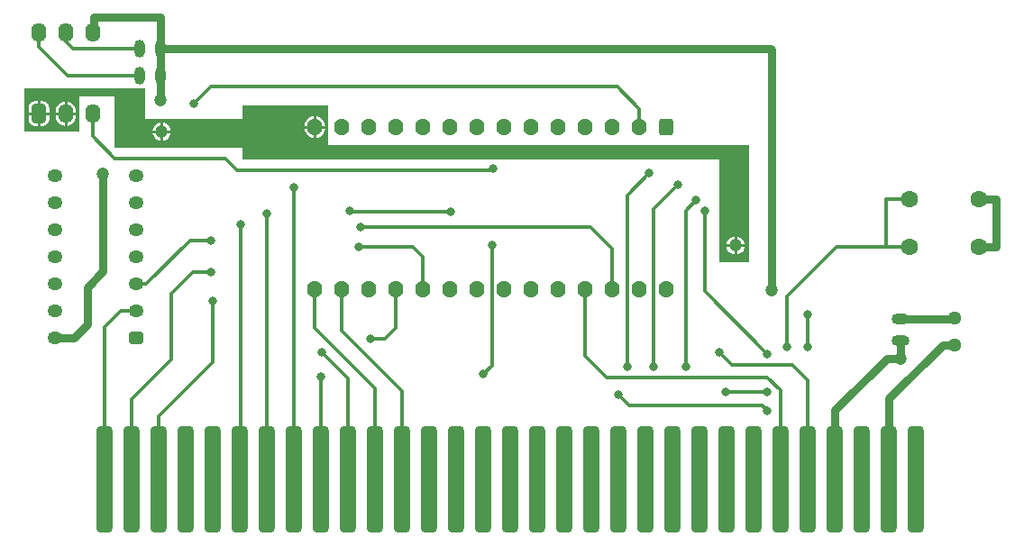
<source format=gtl>
G04 Layer_Physical_Order=1*
G04 Layer_Color=255*
%FSAX24Y24*%
%MOIN*%
G70*
G01*
G75*
G04:AMPARAMS|DCode=10|XSize=59.1mil|YSize=393.7mil|CornerRadius=14.8mil|HoleSize=0mil|Usage=FLASHONLY|Rotation=0.000|XOffset=0mil|YOffset=0mil|HoleType=Round|Shape=RoundedRectangle|*
%AMROUNDEDRECTD10*
21,1,0.0591,0.3642,0,0,0.0*
21,1,0.0295,0.3937,0,0,0.0*
1,1,0.0295,0.0148,-0.1821*
1,1,0.0295,-0.0148,-0.1821*
1,1,0.0295,-0.0148,0.1821*
1,1,0.0295,0.0148,0.1821*
%
%ADD10ROUNDEDRECTD10*%
%ADD11O,0.0394X0.0669*%
%ADD12O,0.0669X0.0394*%
%ADD13C,0.0295*%
%ADD14C,0.0118*%
%ADD15O,0.0551X0.0472*%
G04:AMPARAMS|DCode=16|XSize=55.1mil|YSize=47.2mil|CornerRadius=11.8mil|HoleSize=0mil|Usage=FLASHONLY|Rotation=180.000|XOffset=0mil|YOffset=0mil|HoleType=Round|Shape=RoundedRectangle|*
%AMROUNDEDRECTD16*
21,1,0.0551,0.0236,0,0,180.0*
21,1,0.0315,0.0472,0,0,180.0*
1,1,0.0236,-0.0157,0.0118*
1,1,0.0236,0.0157,0.0118*
1,1,0.0236,0.0157,-0.0118*
1,1,0.0236,-0.0157,-0.0118*
%
%ADD16ROUNDEDRECTD16*%
%ADD17O,0.0551X0.0630*%
G04:AMPARAMS|DCode=18|XSize=55.1mil|YSize=63mil|CornerRadius=13.8mil|HoleSize=0mil|Usage=FLASHONLY|Rotation=180.000|XOffset=0mil|YOffset=0mil|HoleType=Round|Shape=RoundedRectangle|*
%AMROUNDEDRECTD18*
21,1,0.0551,0.0354,0,0,180.0*
21,1,0.0276,0.0630,0,0,180.0*
1,1,0.0276,-0.0138,0.0177*
1,1,0.0276,0.0138,0.0177*
1,1,0.0276,0.0138,-0.0177*
1,1,0.0276,-0.0138,-0.0177*
%
%ADD18ROUNDEDRECTD18*%
G04:AMPARAMS|DCode=19|XSize=55.1mil|YSize=70.9mil|CornerRadius=13.8mil|HoleSize=0mil|Usage=FLASHONLY|Rotation=0.000|XOffset=0mil|YOffset=0mil|HoleType=Round|Shape=RoundedRectangle|*
%AMROUNDEDRECTD19*
21,1,0.0551,0.0433,0,0,0.0*
21,1,0.0276,0.0709,0,0,0.0*
1,1,0.0276,0.0138,-0.0217*
1,1,0.0276,-0.0138,-0.0217*
1,1,0.0276,-0.0138,0.0217*
1,1,0.0276,0.0138,0.0217*
%
%ADD19ROUNDEDRECTD19*%
%ADD20O,0.0551X0.0709*%
%ADD21C,0.0512*%
%ADD22C,0.0630*%
%ADD23C,0.0472*%
%ADD24C,0.0315*%
G36*
X027953Y026142D02*
X031575D01*
Y026654D01*
X034724Y026654D01*
X034724Y025157D01*
X050315D01*
Y020827D01*
X049213D01*
X049213Y024646D01*
X031575Y024646D01*
Y025079D01*
X026850D01*
Y026979D01*
X025551D01*
Y025680D01*
X023504D01*
Y027283D01*
X027953D01*
Y026142D01*
D02*
G37*
%LPC*%
G36*
X034198Y025785D02*
X033871D01*
X033882Y025697D01*
X033920Y025606D01*
X033980Y025527D01*
X034059Y025467D01*
X034150Y025429D01*
X034198Y025423D01*
Y025785D01*
D02*
G37*
G36*
X028915Y025619D02*
X028633D01*
Y025337D01*
X028670Y025342D01*
X028752Y025376D01*
X028822Y025429D01*
X028876Y025500D01*
X028910Y025582D01*
X028915Y025619D01*
D02*
G37*
G36*
X028533Y026002D02*
X028495Y025997D01*
X028413Y025963D01*
X028343Y025909D01*
X028289Y025839D01*
X028255Y025757D01*
X028250Y025719D01*
X028533D01*
Y026002D01*
D02*
G37*
G36*
X034625Y025785D02*
X034298D01*
Y025423D01*
X034346Y025429D01*
X034437Y025467D01*
X034516Y025527D01*
X034576Y025606D01*
X034614Y025697D01*
X034625Y025785D01*
D02*
G37*
G36*
X028533Y025619D02*
X028250D01*
X028255Y025582D01*
X028289Y025500D01*
X028343Y025429D01*
X028413Y025376D01*
X028495Y025342D01*
X028533Y025337D01*
Y025619D01*
D02*
G37*
G36*
X050136Y021407D02*
X049853D01*
Y021124D01*
X049891Y021129D01*
X049973Y021163D01*
X050043Y021217D01*
X050097Y021287D01*
X050131Y021369D01*
X050136Y021407D01*
D02*
G37*
G36*
X049753D02*
X049471D01*
X049476Y021369D01*
X049509Y021287D01*
X049563Y021217D01*
X049634Y021163D01*
X049715Y021129D01*
X049753Y021124D01*
Y021407D01*
D02*
G37*
G36*
X049853Y021789D02*
Y021507D01*
X050136D01*
X050131Y021544D01*
X050097Y021626D01*
X050043Y021696D01*
X049973Y021750D01*
X049891Y021784D01*
X049853Y021789D01*
D02*
G37*
G36*
X049753D02*
X049715Y021784D01*
X049634Y021750D01*
X049563Y021696D01*
X049509Y021626D01*
X049476Y021544D01*
X049471Y021507D01*
X049753D01*
Y021789D01*
D02*
G37*
G36*
X028633Y026002D02*
Y025719D01*
X028915D01*
X028910Y025757D01*
X028876Y025839D01*
X028822Y025909D01*
X028752Y025963D01*
X028670Y025997D01*
X028633Y026002D01*
D02*
G37*
G36*
X023989Y026794D02*
X023902D01*
X023809Y026775D01*
X023730Y026723D01*
X023678Y026644D01*
X023659Y026551D01*
Y026385D01*
X023989D01*
Y026794D01*
D02*
G37*
G36*
X034298Y026246D02*
Y025885D01*
X034625D01*
X034614Y025972D01*
X034576Y026063D01*
X034516Y026142D01*
X034437Y026202D01*
X034346Y026240D01*
X034298Y026246D01*
D02*
G37*
G36*
X024177Y026794D02*
X024089D01*
Y026385D01*
X024420D01*
Y026551D01*
X024401Y026644D01*
X024349Y026723D01*
X024270Y026775D01*
X024177Y026794D01*
D02*
G37*
G36*
X025089Y026786D02*
Y026385D01*
X025418D01*
Y026413D01*
X025405Y026511D01*
X025367Y026603D01*
X025307Y026681D01*
X025229Y026741D01*
X025137Y026779D01*
X025089Y026786D01*
D02*
G37*
G36*
X024989D02*
X024941Y026779D01*
X024850Y026741D01*
X024771Y026681D01*
X024711Y026603D01*
X024673Y026511D01*
X024661Y026413D01*
Y026385D01*
X024989D01*
Y026786D01*
D02*
G37*
G36*
X024420Y026285D02*
X024089D01*
Y025876D01*
X024177D01*
X024270Y025894D01*
X024349Y025947D01*
X024401Y026025D01*
X024420Y026118D01*
Y026285D01*
D02*
G37*
G36*
X023989D02*
X023659D01*
Y026118D01*
X023678Y026025D01*
X023730Y025947D01*
X023809Y025894D01*
X023902Y025876D01*
X023989D01*
Y026285D01*
D02*
G37*
G36*
X024989D02*
X024661D01*
Y026256D01*
X024673Y026158D01*
X024711Y026066D01*
X024771Y025988D01*
X024850Y025928D01*
X024941Y025890D01*
X024989Y025884D01*
Y026285D01*
D02*
G37*
G36*
X034198Y026246D02*
X034150Y026240D01*
X034059Y026202D01*
X033980Y026142D01*
X033920Y026063D01*
X033882Y025972D01*
X033871Y025885D01*
X034198D01*
Y026246D01*
D02*
G37*
G36*
X025418Y026285D02*
X025089D01*
Y025884D01*
X025137Y025890D01*
X025229Y025928D01*
X025307Y025988D01*
X025367Y026066D01*
X025405Y026158D01*
X025418Y026256D01*
Y026285D01*
D02*
G37*
%LPD*%
G54D10*
X026476Y012795D02*
D03*
X027476Y012795D02*
D03*
X028476Y012795D02*
D03*
X029476D02*
D03*
X030476Y012795D02*
D03*
X031476Y012795D02*
D03*
X032476Y012795D02*
D03*
X033476D02*
D03*
X034476Y012795D02*
D03*
X035476D02*
D03*
X036476Y012795D02*
D03*
X037476Y012795D02*
D03*
X038476Y012795D02*
D03*
X039476Y012795D02*
D03*
X040476Y012795D02*
D03*
X041476Y012795D02*
D03*
X042476D02*
D03*
X043476Y012795D02*
D03*
X044476D02*
D03*
X045476Y012795D02*
D03*
X046476Y012795D02*
D03*
X047476D02*
D03*
X048476D02*
D03*
X049476Y012795D02*
D03*
X050476Y012795D02*
D03*
X051476Y012795D02*
D03*
X052476D02*
D03*
X053476D02*
D03*
X054476Y012795D02*
D03*
X055476Y012795D02*
D03*
X056476D02*
D03*
G54D11*
X027756Y027756D02*
D03*
X028543D02*
D03*
Y028740D02*
D03*
X027756D02*
D03*
G54D12*
X055906Y017953D02*
D03*
Y018740D02*
D03*
G54D13*
X024638Y018039D02*
X025323D01*
X025827Y018543D01*
Y019921D01*
X026417Y020512D01*
Y024094D01*
X028543Y026850D02*
Y027677D01*
X028583Y027717D01*
X028543Y027756D01*
Y028740D01*
Y029921D01*
X026063D01*
Y029358D01*
X026039Y029335D01*
X028543Y028740D02*
X051102D01*
X051142Y028701D01*
Y019803D01*
X053476Y015366D02*
X055394Y017283D01*
X055906D01*
Y017953D01*
X055476Y015791D02*
X057465Y017780D01*
X057913D01*
X057874Y018740D02*
X057913Y018780D01*
X057874Y018740D02*
X055906D01*
X055476Y015791D02*
Y012795D01*
X053476Y015366D02*
Y012795D01*
X059429Y021398D02*
X059429Y021398D01*
Y023169D01*
X058799D01*
Y021398D02*
X059429D01*
G54D14*
X026039Y025496D02*
X026850Y024685D01*
X030945D01*
X031378Y024252D01*
X040787D01*
X040827Y024291D01*
X039252Y022717D02*
X035551D01*
X035531Y022736D01*
X035925Y022146D02*
X044429D01*
X045248Y021327D01*
Y019835D01*
X044248D02*
Y017366D01*
X045039Y016575D01*
X050984D01*
X051457Y016102D01*
Y012815D01*
X051476Y012795D01*
X052476D02*
Y016461D01*
X051890Y017047D01*
X049685D01*
X049213Y017520D01*
X049449Y016024D02*
X050984D01*
X050787Y015551D02*
X050984Y015354D01*
X050787Y015551D02*
X045866D01*
X045472Y015945D01*
X045787Y016968D02*
Y023307D01*
X046614Y024134D01*
X047677Y023701D02*
X046772Y022795D01*
Y016968D01*
Y016929D01*
X047953Y016968D02*
Y022736D01*
X048346Y023130D01*
X048661Y022736D02*
Y019764D01*
X050984Y017441D01*
X051693Y017717D02*
Y019567D01*
X053524Y021398D01*
X055354D01*
X056240D01*
X055354D02*
X055374Y021417D01*
Y023169D01*
X056240D01*
X052461Y018898D02*
Y017717D01*
X046248Y025835D02*
Y026508D01*
X045433Y027323D01*
X030394D01*
X029764Y026693D01*
X027756Y027756D02*
X025098D01*
X024039Y028815D01*
Y029335D01*
X025039D02*
Y028996D01*
X025295Y028740D01*
X027756D01*
X026039Y026335D02*
Y025496D01*
X029626Y021654D02*
X030413D01*
Y020472D02*
X029724D01*
X028927Y019675D01*
Y017234D01*
X027476Y015783D01*
Y012795D01*
X026476Y012795D02*
Y018445D01*
X027071Y019039D01*
X027638D01*
X028012Y020039D02*
X029626Y021654D01*
X028012Y020039D02*
X027638D01*
X030472Y017126D02*
Y019409D01*
Y017126D02*
X028476Y015130D01*
Y012795D01*
X031476Y012795D02*
X031496Y012815D01*
Y022244D01*
X032480Y022638D02*
Y012799D01*
X032476Y012795D01*
X033465Y012807D02*
X033496Y012839D01*
X033465Y012870D01*
Y023622D01*
X035866Y021417D02*
X037874D01*
X038248Y021043D01*
Y019835D01*
X037248Y019835D02*
Y018390D01*
X036850Y017992D01*
X036299D01*
X036476Y016161D02*
Y012795D01*
X037476Y012795D02*
Y016067D01*
X035248Y018295D01*
Y019835D01*
X034248Y019835D02*
Y018390D01*
X036476Y016161D01*
X035476Y016531D02*
X034488Y017520D01*
X034449D01*
X034476Y016665D02*
Y016614D01*
Y012795D01*
X035476D02*
Y016531D01*
X033465Y012807D02*
X033476Y012795D01*
X040476Y016697D02*
X040787Y017008D01*
Y021457D01*
G54D15*
X024638Y018039D02*
D03*
Y019039D02*
D03*
Y020039D02*
D03*
Y021039D02*
D03*
Y022039D02*
D03*
Y023039D02*
D03*
Y024039D02*
D03*
X027638Y022039D02*
D03*
Y021039D02*
D03*
Y020039D02*
D03*
Y019039D02*
D03*
Y023039D02*
D03*
Y024039D02*
D03*
G54D16*
X027638Y018039D02*
D03*
G54D17*
X034248Y019835D02*
D03*
X035248Y019835D02*
D03*
X036248D02*
D03*
X037248D02*
D03*
X038248Y019835D02*
D03*
X039248Y019835D02*
D03*
X040248D02*
D03*
X041248D02*
D03*
X042248D02*
D03*
X043248Y019835D02*
D03*
X044248Y019835D02*
D03*
X045248D02*
D03*
X046248D02*
D03*
X047248Y019835D02*
D03*
X046248Y025835D02*
D03*
X045248D02*
D03*
X044248D02*
D03*
X043248D02*
D03*
X042248D02*
D03*
X041248D02*
D03*
X040248D02*
D03*
X039248D02*
D03*
X038248D02*
D03*
X037248D02*
D03*
X036248D02*
D03*
X035248D02*
D03*
X034248D02*
D03*
G54D18*
X047248Y025835D02*
D03*
G54D19*
X024039Y026335D02*
D03*
G54D20*
X026039Y026335D02*
D03*
X025039D02*
D03*
X026039Y029335D02*
D03*
X025039D02*
D03*
X024039D02*
D03*
G54D21*
X057913Y017780D02*
D03*
Y018780D02*
D03*
G54D22*
X056240Y021398D02*
D03*
X058799D02*
D03*
Y023169D02*
D03*
X056240D02*
D03*
G54D23*
X026417Y024094D02*
D03*
X028583Y025669D02*
D03*
X028543Y026850D02*
D03*
X049803Y021457D02*
D03*
X051142Y019803D02*
D03*
X055906Y017283D02*
D03*
G54D24*
X029764Y026693D02*
D03*
X033465Y023622D02*
D03*
X032480Y022638D02*
D03*
X031496Y022244D02*
D03*
X030413Y021654D02*
D03*
Y020472D02*
D03*
X030472Y019409D02*
D03*
X034476Y016614D02*
D03*
X034488Y017520D02*
D03*
X036299Y017992D02*
D03*
X040476Y016697D02*
D03*
X045472Y015945D02*
D03*
X045787Y016968D02*
D03*
X046772D02*
D03*
X047953D02*
D03*
X049213Y017520D02*
D03*
X049449Y016024D02*
D03*
X050984Y015354D02*
D03*
Y016024D02*
D03*
X051693Y017717D02*
D03*
X052461D02*
D03*
Y018898D02*
D03*
X050984Y017441D02*
D03*
X048661Y022736D02*
D03*
X048346Y023130D02*
D03*
X047677Y023701D02*
D03*
X046614Y024134D02*
D03*
X040827Y024291D02*
D03*
X039252Y022717D02*
D03*
X040787Y021457D02*
D03*
X035925Y022146D02*
D03*
X035531Y022736D02*
D03*
X035866Y021417D02*
D03*
M02*

</source>
